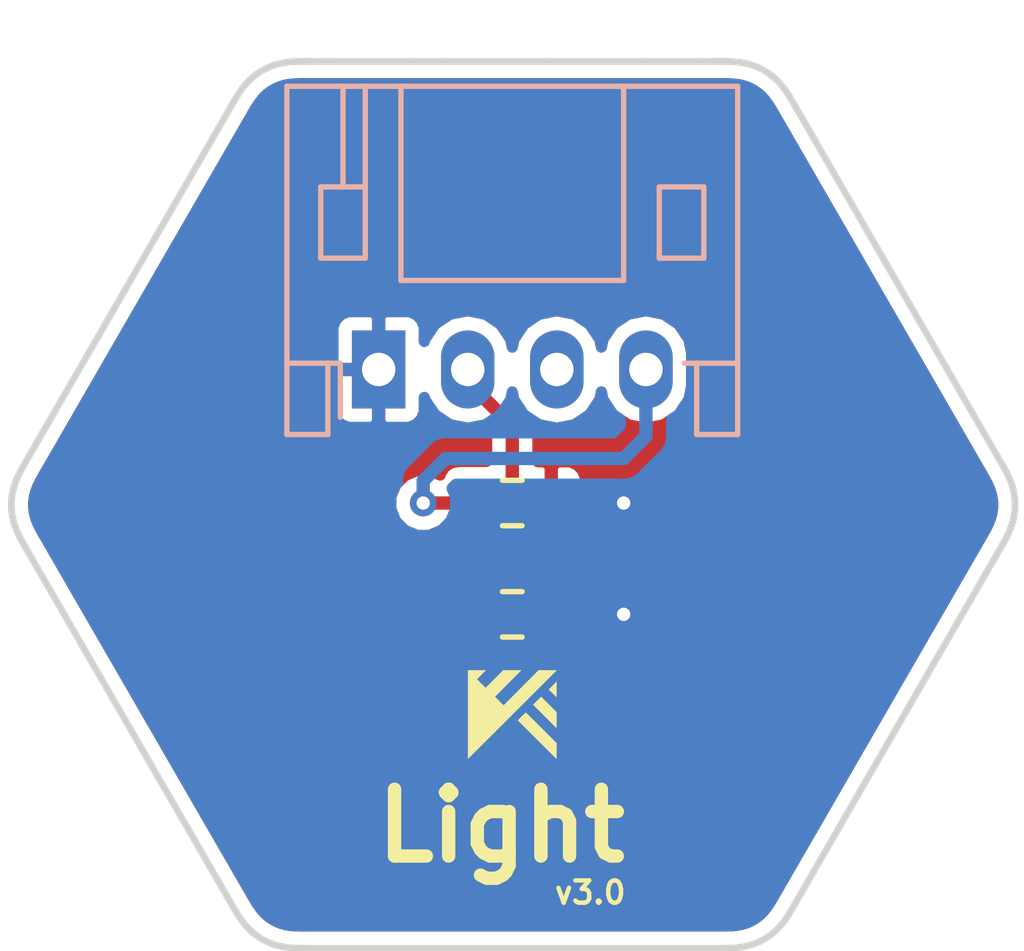
<source format=kicad_pcb>
(kicad_pcb (version 20171130) (host pcbnew "(5.0.0-rc2-178-g3c7b91b96)")

  (general
    (thickness 1.6)
    (drawings 321)
    (tracks 15)
    (zones 0)
    (modules 4)
    (nets 4)
  )

  (page A4)
  (layers
    (0 F.Cu signal)
    (31 B.Cu signal)
    (32 B.Adhes user)
    (33 F.Adhes user)
    (34 B.Paste user)
    (35 F.Paste user)
    (36 B.SilkS user)
    (37 F.SilkS user)
    (38 B.Mask user)
    (39 F.Mask user)
    (40 Dwgs.User user)
    (41 Cmts.User user)
    (42 Eco1.User user)
    (43 Eco2.User user)
    (44 Edge.Cuts user)
    (45 Margin user)
    (46 B.CrtYd user)
    (47 F.CrtYd user)
    (48 B.Fab user)
    (49 F.Fab user)
  )

  (setup
    (last_trace_width 0.25)
    (user_trace_width 0.2)
    (user_trace_width 0.25)
    (user_trace_width 0.3)
    (user_trace_width 0.4)
    (trace_clearance 0.2)
    (zone_clearance 0.3)
    (zone_45_only no)
    (trace_min 0.2)
    (segment_width 0.2)
    (edge_width 0.15)
    (via_size 0.6)
    (via_drill 0.3)
    (via_min_size 0.6)
    (via_min_drill 0.3)
    (user_via 0.6 0.3)
    (uvia_size 0.3)
    (uvia_drill 0.1)
    (uvias_allowed no)
    (uvia_min_size 0.2)
    (uvia_min_drill 0.1)
    (pcb_text_width 0.3)
    (pcb_text_size 1.5 1.5)
    (mod_edge_width 0.15)
    (mod_text_size 1 1)
    (mod_text_width 0.15)
    (pad_size 1.524 1.524)
    (pad_drill 0.762)
    (pad_to_mask_clearance 0.2)
    (aux_axis_origin 0 0)
    (visible_elements 7FFFFFFF)
    (pcbplotparams
      (layerselection 0x010fc_ffffffff)
      (usegerberextensions false)
      (usegerberattributes false)
      (usegerberadvancedattributes false)
      (creategerberjobfile false)
      (excludeedgelayer true)
      (linewidth 0.100000)
      (plotframeref false)
      (viasonmask false)
      (mode 1)
      (useauxorigin false)
      (hpglpennumber 1)
      (hpglpenspeed 20)
      (hpglpendiameter 15.000000)
      (psnegative false)
      (psa4output false)
      (plotreference true)
      (plotvalue true)
      (plotinvisibletext false)
      (padsonsilk false)
      (subtractmaskfromsilk false)
      (outputformat 1)
      (mirror false)
      (drillshape 0)
      (scaleselection 1)
      (outputdirectory gerber/))
  )

  (net 0 "")
  (net 1 GND)
  (net 2 VCC)
  (net 3 "Net-(J1-Pad4)")

  (net_class Default "This is the default net class."
    (clearance 0.2)
    (trace_width 0.25)
    (via_dia 0.6)
    (via_drill 0.3)
    (uvia_dia 0.3)
    (uvia_drill 0.1)
    (add_net GND)
    (add_net "Net-(J1-Pad4)")
    (add_net VCC)
  )

  (module Resistor_SMD:R_0603_1608Metric (layer F.Cu) (tedit 5AC763E0) (tstamp 5AC7837E)
    (at 136.5 95)
    (descr "Resistor SMD 0603 (1608 Metric), square (rectangular) end terminal, IPC_7351 nominal, (Body size source: http://www.tortai-tech.com/upload/download/2011102023233369053.pdf), generated with kicad-footprint-generator")
    (tags resistor)
    (path /5AC75EA6)
    (attr smd)
    (fp_text reference R2 (at 0 -1.65) (layer F.SilkS) hide
      (effects (font (size 1 1) (thickness 0.15)))
    )
    (fp_text value 10K (at 0 1.65) (layer F.Fab)
      (effects (font (size 1 1) (thickness 0.15)))
    )
    (fp_line (start -0.8 0.4) (end -0.8 -0.4) (layer F.Fab) (width 0.1))
    (fp_line (start -0.8 -0.4) (end 0.8 -0.4) (layer F.Fab) (width 0.1))
    (fp_line (start 0.8 -0.4) (end 0.8 0.4) (layer F.Fab) (width 0.1))
    (fp_line (start 0.8 0.4) (end -0.8 0.4) (layer F.Fab) (width 0.1))
    (fp_line (start -0.22 -0.51) (end 0.22 -0.51) (layer F.SilkS) (width 0.12))
    (fp_line (start -0.22 0.51) (end 0.22 0.51) (layer F.SilkS) (width 0.12))
    (fp_line (start -1.46 0.75) (end -1.46 -0.75) (layer F.CrtYd) (width 0.05))
    (fp_line (start -1.46 -0.75) (end 1.46 -0.75) (layer F.CrtYd) (width 0.05))
    (fp_line (start 1.46 -0.75) (end 1.46 0.75) (layer F.CrtYd) (width 0.05))
    (fp_line (start 1.46 0.75) (end -1.46 0.75) (layer F.CrtYd) (width 0.05))
    (fp_text user %R (at 0 0) (layer F.Fab)
      (effects (font (size 0.5 0.5) (thickness 0.08)))
    )
    (pad 1 smd rect (at -0.875 0) (size 0.67 1) (layers F.Cu F.Paste F.Mask)
      (net 3 "Net-(J1-Pad4)"))
    (pad 2 smd rect (at 0.875 0) (size 0.67 1) (layers F.Cu F.Paste F.Mask)
      (net 1 GND))
    (model ${KISYS3DMOD}/Resistor_SMD.3dshapes/R_0603_1608Metric.wrl
      (at (xyz 0 0 0))
      (scale (xyz 1 1 1))
      (rotate (xyz 0 0 0))
    )
  )

  (module Resistor_SMD:R_0603_1608Metric (layer F.Cu) (tedit 5B27A5E5) (tstamp 5B28FFA5)
    (at 136.5 97.5 180)
    (descr "Resistor SMD 0603 (1608 Metric), square (rectangular) end terminal, IPC_7351 nominal, (Body size source: http://www.tortai-tech.com/upload/download/2011102023233369053.pdf), generated with kicad-footprint-generator")
    (tags resistor)
    (path /5B27A414)
    (attr smd)
    (fp_text reference Q1 (at 0 -1.65 180) (layer F.SilkS) hide
      (effects (font (size 1 1) (thickness 0.15)))
    )
    (fp_text value Q_Photo_NPN_CE (at 0 1.65 180) (layer F.Fab)
      (effects (font (size 1 1) (thickness 0.15)))
    )
    (fp_line (start -0.8 0.4) (end -0.8 -0.4) (layer F.Fab) (width 0.1))
    (fp_line (start -0.8 -0.4) (end 0.8 -0.4) (layer F.Fab) (width 0.1))
    (fp_line (start 0.8 -0.4) (end 0.8 0.4) (layer F.Fab) (width 0.1))
    (fp_line (start 0.8 0.4) (end -0.8 0.4) (layer F.Fab) (width 0.1))
    (fp_line (start -0.22 -0.51) (end 0.22 -0.51) (layer F.SilkS) (width 0.12))
    (fp_line (start -0.22 0.51) (end 0.22 0.51) (layer F.SilkS) (width 0.12))
    (fp_line (start -1.46 0.75) (end -1.46 -0.75) (layer F.CrtYd) (width 0.05))
    (fp_line (start -1.46 -0.75) (end 1.46 -0.75) (layer F.CrtYd) (width 0.05))
    (fp_line (start 1.46 -0.75) (end 1.46 0.75) (layer F.CrtYd) (width 0.05))
    (fp_line (start 1.46 0.75) (end -1.46 0.75) (layer F.CrtYd) (width 0.05))
    (fp_text user %R (at 0 0 180) (layer F.Fab)
      (effects (font (size 0.5 0.5) (thickness 0.08)))
    )
    (pad 1 smd rect (at -0.875 0 180) (size 0.67 1) (layers F.Cu F.Paste F.Mask)
      (net 2 VCC))
    (pad 2 smd rect (at 0.875 0 180) (size 0.67 1) (layers F.Cu F.Paste F.Mask)
      (net 3 "Net-(J1-Pad4)"))
    (model ${KISYS3DMOD}/Resistor_SMD.3dshapes/R_0603_1608Metric.wrl
      (at (xyz 0 0 0))
      (scale (xyz 1 1 1))
      (rotate (xyz 0 0 0))
    )
  )

  (module GiraffeTech-Utility:MakerPlayground_logo_2x2mm (layer F.Cu) (tedit 0) (tstamp 5B290479)
    (at 136.5 99.75)
    (fp_text reference G*** (at 0 0) (layer F.SilkS) hide
      (effects (font (size 1.524 1.524) (thickness 0.3)))
    )
    (fp_text value LOGO (at 0.75 0) (layer F.SilkS) hide
      (effects (font (size 1.524 1.524) (thickness 0.3)))
    )
    (fp_poly (pts (xy 0.992188 -0.564543) (xy 0.992164 -0.528929) (xy 0.992097 -0.495895) (xy 0.991991 -0.466261)
      (xy 0.991852 -0.440843) (xy 0.991684 -0.420459) (xy 0.991492 -0.405926) (xy 0.991282 -0.398062)
      (xy 0.99116 -0.396875) (xy 0.988207 -0.399571) (xy 0.980351 -0.407199) (xy 0.968291 -0.419067)
      (xy 0.952725 -0.434484) (xy 0.934354 -0.452758) (xy 0.913876 -0.4732) (xy 0.906847 -0.480231)
      (xy 0.823563 -0.563586) (xy 0.907875 -0.647899) (xy 0.992188 -0.732211) (xy 0.992188 -0.564543)) (layer F.SilkS) (width 0.01))
    (fp_poly (pts (xy 0.992272 -0.049513) (xy 0.991238 0.124084) (xy 0.990203 0.297682) (xy 0.731231 0.038685)
      (xy 0.472259 -0.220311) (xy 0.559597 -0.307581) (xy 0.646934 -0.394851) (xy 0.992272 -0.049513)) (layer F.SilkS) (width 0.01))
    (fp_poly (pts (xy 0.306845 -0.036934) (xy 0.315366 -0.028902) (xy 0.328804 -0.015931) (xy 0.346812 0.001638)
      (xy 0.369045 0.023463) (xy 0.39516 0.049204) (xy 0.424812 0.078521) (xy 0.457655 0.111071)
      (xy 0.493344 0.146515) (xy 0.531535 0.184511) (xy 0.571883 0.224719) (xy 0.614044 0.266798)
      (xy 0.649934 0.302669) (xy 0.992273 0.645025) (xy 0.990203 0.990203) (xy 0.559594 0.560703)
      (xy 0.128984 0.131202) (xy 0.214278 0.045757) (xy 0.235683 0.024442) (xy 0.255382 0.005068)
      (xy 0.272657 -0.011676) (xy 0.28679 -0.025103) (xy 0.297063 -0.034528) (xy 0.302757 -0.039261)
      (xy 0.303583 -0.039687) (xy 0.306845 -0.036934)) (layer F.SilkS) (width 0.01))
    (fp_poly (pts (xy 0.790777 -0.991434) (xy 0.988227 -0.990203) (xy -0.992187 0.990197) (xy -0.992187 -0.992187)
      (xy -0.601395 -0.992187) (xy -0.646963 -0.945555) (xy -0.665935 -0.926151) (xy -0.688266 -0.903332)
      (xy -0.711752 -0.879346) (xy -0.734194 -0.856442) (xy -0.745114 -0.845303) (xy -0.797697 -0.791685)
      (xy -0.698482 -0.692529) (xy -0.599266 -0.593373) (xy -0.399829 -0.79278) (xy -0.200393 -0.992187)
      (xy 0.195473 -0.992187) (xy -0.099139 -0.695955) (xy -0.39375 -0.399723) (xy -0.194618 -0.200591)
      (xy 0.199355 -0.596628) (xy 0.593328 -0.992663) (xy 0.790777 -0.991434)) (layer F.SilkS) (width 0.01))
  )

  (module Connector_JST:JST_PH_S4B-PH-K_1x04_P2.00mm_Horizontal (layer B.Cu) (tedit 5B56CE8C) (tstamp 5B572D40)
    (at 133.5 92)
    (descr "JST PH series connector, S4B-PH-K (http://www.jst-mfg.com/product/pdf/eng/ePH.pdf), generated with kicad-footprint-generator")
    (tags "connector JST PH top entry")
    (path /5AC75D6C)
    (fp_text reference J1 (at 3 2.55) (layer B.SilkS) hide
      (effects (font (size 1 1) (thickness 0.15)) (justify mirror))
    )
    (fp_text value Conn_01x04 (at 3 -7.45) (layer B.Fab)
      (effects (font (size 1 1) (thickness 0.15)) (justify mirror))
    )
    (fp_line (start -0.86 -0.14) (end -1.14 -0.14) (layer B.SilkS) (width 0.12))
    (fp_line (start -1.14 -0.14) (end -1.14 1.46) (layer B.SilkS) (width 0.12))
    (fp_line (start -1.14 1.46) (end -2.06 1.46) (layer B.SilkS) (width 0.12))
    (fp_line (start -2.06 1.46) (end -2.06 -6.36) (layer B.SilkS) (width 0.12))
    (fp_line (start -2.06 -6.36) (end 8.06 -6.36) (layer B.SilkS) (width 0.12))
    (fp_line (start 8.06 -6.36) (end 8.06 1.46) (layer B.SilkS) (width 0.12))
    (fp_line (start 8.06 1.46) (end 7.14 1.46) (layer B.SilkS) (width 0.12))
    (fp_line (start 7.14 1.46) (end 7.14 -0.14) (layer B.SilkS) (width 0.12))
    (fp_line (start 7.14 -0.14) (end 6.86 -0.14) (layer B.SilkS) (width 0.12))
    (fp_line (start 0.5 -6.36) (end 0.5 -2) (layer B.SilkS) (width 0.12))
    (fp_line (start 0.5 -2) (end 5.5 -2) (layer B.SilkS) (width 0.12))
    (fp_line (start 5.5 -2) (end 5.5 -6.36) (layer B.SilkS) (width 0.12))
    (fp_line (start -2.06 -0.14) (end -1.14 -0.14) (layer B.SilkS) (width 0.12))
    (fp_line (start 8.06 -0.14) (end 7.14 -0.14) (layer B.SilkS) (width 0.12))
    (fp_line (start -1.3 -2.5) (end -1.3 -4.1) (layer B.SilkS) (width 0.12))
    (fp_line (start -1.3 -4.1) (end -0.3 -4.1) (layer B.SilkS) (width 0.12))
    (fp_line (start -0.3 -4.1) (end -0.3 -2.5) (layer B.SilkS) (width 0.12))
    (fp_line (start -0.3 -2.5) (end -1.3 -2.5) (layer B.SilkS) (width 0.12))
    (fp_line (start 7.3 -2.5) (end 7.3 -4.1) (layer B.SilkS) (width 0.12))
    (fp_line (start 7.3 -4.1) (end 6.3 -4.1) (layer B.SilkS) (width 0.12))
    (fp_line (start 6.3 -4.1) (end 6.3 -2.5) (layer B.SilkS) (width 0.12))
    (fp_line (start 6.3 -2.5) (end 7.3 -2.5) (layer B.SilkS) (width 0.12))
    (fp_line (start -0.3 -4.1) (end -0.3 -6.36) (layer B.SilkS) (width 0.12))
    (fp_line (start -0.8 -4.1) (end -0.8 -6.36) (layer B.SilkS) (width 0.12))
    (fp_line (start -2.45 1.85) (end -2.45 -6.75) (layer B.CrtYd) (width 0.05))
    (fp_line (start -2.45 -6.75) (end 8.45 -6.75) (layer B.CrtYd) (width 0.05))
    (fp_line (start 8.45 -6.75) (end 8.45 1.85) (layer B.CrtYd) (width 0.05))
    (fp_line (start 8.45 1.85) (end -2.45 1.85) (layer B.CrtYd) (width 0.05))
    (fp_line (start -1.25 -0.25) (end -1.25 1.35) (layer B.Fab) (width 0.1))
    (fp_line (start -1.25 1.35) (end -1.95 1.35) (layer B.Fab) (width 0.1))
    (fp_line (start -1.95 1.35) (end -1.95 -6.25) (layer B.Fab) (width 0.1))
    (fp_line (start -1.95 -6.25) (end 7.95 -6.25) (layer B.Fab) (width 0.1))
    (fp_line (start 7.95 -6.25) (end 7.95 1.35) (layer B.Fab) (width 0.1))
    (fp_line (start 7.95 1.35) (end 7.25 1.35) (layer B.Fab) (width 0.1))
    (fp_line (start 7.25 1.35) (end 7.25 -0.25) (layer B.Fab) (width 0.1))
    (fp_line (start 7.25 -0.25) (end -1.25 -0.25) (layer B.Fab) (width 0.1))
    (fp_line (start -0.86 -0.14) (end -0.86 1.075) (layer B.SilkS) (width 0.12))
    (fp_line (start 0 -0.875) (end -0.5 -1.375) (layer B.Fab) (width 0.1))
    (fp_line (start -0.5 -1.375) (end 0.5 -1.375) (layer B.Fab) (width 0.1))
    (fp_line (start 0.5 -1.375) (end 0 -0.875) (layer B.Fab) (width 0.1))
    (fp_text user %R (at 3 -2.5) (layer B.Fab)
      (effects (font (size 1 1) (thickness 0.15)) (justify mirror))
    )
    (pad 1 thru_hole rect (at 0 0) (size 1.2 1.75) (drill 0.75) (layers *.Cu *.Mask)
      (net 1 GND))
    (pad 2 thru_hole oval (at 2 0) (size 1.2 1.75) (drill 0.75) (layers *.Cu *.Mask)
      (net 2 VCC))
    (pad 3 thru_hole oval (at 4 0) (size 1.2 1.75) (drill 0.75) (layers *.Cu *.Mask))
    (pad 4 thru_hole oval (at 6 0) (size 1.2 1.75) (drill 0.75) (layers *.Cu *.Mask)
      (net 3 "Net-(J1-Pad4)"))
    (model ${KISYS3DMOD}/Connector_JST.3dshapes/JST_PH_S4B-PH-K_1x04_P2.00mm_Horizontal.wrl
      (at (xyz 0 0 0))
      (scale (xyz 1 1 1))
      (rotate (xyz 0 0 0))
    )
  )

  (gr_text v3.0 (at 138.25 103.75) (layer F.SilkS)
    (effects (font (size 0.5 0.5) (thickness 0.1)))
  )
  (gr_line (start 147.604003 94.330856) (end 147.57359 94.271822) (layer Edge.Cuts) (width 0.15))
  (gr_line (start 147.635035 94.395428) (end 147.604003 94.330856) (layer Edge.Cuts) (width 0.15))
  (gr_line (start 147.443803 94.042886) (end 147.442796 94.041143) (layer Edge.Cuts) (width 0.15))
  (gr_line (start 147.781622 94.941757) (end 147.773568 94.858141) (layer Edge.Cuts) (width 0.15))
  (gr_line (start 147.450352 94.054228) (end 147.446136 94.046926) (layer Edge.Cuts) (width 0.15))
  (gr_line (start 147.457009 94.065758) (end 147.450352 94.054228) (layer Edge.Cuts) (width 0.15))
  (gr_line (start 147.765774 95.277012) (end 147.776946 95.193976) (layer Edge.Cuts) (width 0.15))
  (gr_line (start 147.442558 94.04073) (end 147.442266 94.040224) (layer Edge.Cuts) (width 0.15))
  (gr_line (start 147.442796 94.041143) (end 147.442558 94.04073) (layer Edge.Cuts) (width 0.15))
  (gr_line (start 147.479875 94.105361) (end 147.466664 94.08248) (layer Edge.Cuts) (width 0.15))
  (gr_line (start 147.78487 95.025901) (end 147.781622 94.941757) (layer Edge.Cuts) (width 0.15))
  (gr_line (start 147.446136 94.046926) (end 147.443803 94.042886) (layer Edge.Cuts) (width 0.15))
  (gr_line (start 147.57359 94.271822) (end 147.544908 94.219069) (layer Edge.Cuts) (width 0.15))
  (gr_line (start 147.720687 94.614966) (end 147.694492 94.538225) (layer Edge.Cuts) (width 0.15))
  (gr_line (start 147.773568 94.858141) (end 147.760708 94.775499) (layer Edge.Cuts) (width 0.15))
  (gr_line (start 147.519075 94.173338) (end 147.4972 94.135367) (layer Edge.Cuts) (width 0.15))
  (gr_line (start 147.4972 94.135367) (end 147.479875 94.105361) (layer Edge.Cuts) (width 0.15))
  (gr_line (start 147.466664 94.08248) (end 147.457009 94.065758) (layer Edge.Cuts) (width 0.15))
  (gr_line (start 147.776946 95.193976) (end 147.783311 95.110123) (layer Edge.Cuts) (width 0.15))
  (gr_line (start 147.544908 94.219069) (end 147.519075 94.173338) (layer Edge.Cuts) (width 0.15))
  (gr_line (start 147.66557 94.464799) (end 147.635035 94.395428) (layer Edge.Cuts) (width 0.15))
  (gr_line (start 147.760708 94.775499) (end 147.743041 94.694281) (layer Edge.Cuts) (width 0.15))
  (gr_line (start 147.694492 94.538225) (end 147.66557 94.464799) (layer Edge.Cuts) (width 0.15))
  (gr_line (start 147.743041 94.694281) (end 147.720687 94.614966) (layer Edge.Cuts) (width 0.15))
  (gr_line (start 147.783311 95.110123) (end 147.78487 95.025901) (layer Edge.Cuts) (width 0.15))
  (gr_line (start 147.749796 95.358782) (end 147.765774 95.277012) (layer Edge.Cuts) (width 0.15))
  (gr_line (start 147.729036 95.438832) (end 147.749796 95.358782) (layer Edge.Cuts) (width 0.15))
  (gr_line (start 147.704064 95.516563) (end 147.729036 95.438832) (layer Edge.Cuts) (width 0.15))
  (gr_line (start 147.431128 96.060496) (end 147.46278 96.005675) (layer Edge.Cuts) (width 0.15))
  (gr_line (start 147.381935 96.145702) (end 147.431128 96.060496) (layer Edge.Cuts) (width 0.15))
  (gr_line (start 147.200011 96.460804) (end 147.307471 96.274676) (layer Edge.Cuts) (width 0.15))
  (gr_line (start 147.051824 96.717471) (end 147.200011 96.460804) (layer Edge.Cuts) (width 0.15))
  (gr_line (start 146.855184 97.058063) (end 147.051824 96.717471) (layer Edge.Cuts) (width 0.15))
  (gr_line (start 142.528354 104.483562) (end 142.578637 104.42186) (layer Edge.Cuts) (width 0.15))
  (gr_line (start 146.602435 97.495838) (end 146.855184 97.058063) (layer Edge.Cuts) (width 0.15))
  (gr_line (start 146.293171 98.031501) (end 146.602435 97.495838) (layer Edge.Cuts) (width 0.15))
  (gr_line (start 145.940302 98.642689) (end 146.293171 98.031501) (layer Edge.Cuts) (width 0.15))
  (gr_line (start 145.558171 99.304563) (end 145.940302 98.642689) (layer Edge.Cuts) (width 0.15))
  (gr_line (start 145.161117 99.992282) (end 145.558171 99.304563) (layer Edge.Cuts) (width 0.15))
  (gr_line (start 144.02383 101.962127) (end 144.379606 101.345904) (layer Edge.Cuts) (width 0.15))
  (gr_line (start 142.787161 104.104104) (end 142.806794 104.0701) (layer Edge.Cuts) (width 0.15))
  (gr_line (start 142.578637 104.42186) (end 142.624625 104.360429) (layer Edge.Cuts) (width 0.15))
  (gr_line (start 142.624625 104.360429) (end 142.666232 104.300604) (layer Edge.Cuts) (width 0.15))
  (gr_line (start 142.473859 104.544199) (end 142.528354 104.483562) (layer Edge.Cuts) (width 0.15))
  (gr_line (start 142.703374 104.243723) (end 142.735966 104.191122) (layer Edge.Cuts) (width 0.15))
  (gr_line (start 147.614893 95.728467) (end 147.645877 95.662123) (layer Edge.Cuts) (width 0.15))
  (gr_line (start 144.763482 100.681009) (end 145.161117 99.992282) (layer Edge.Cuts) (width 0.15))
  (gr_line (start 143.252033 103.298923) (end 143.45294 102.95094) (layer Edge.Cuts) (width 0.15))
  (gr_line (start 142.91288 103.886355) (end 142.989731 103.753245) (layer Edge.Cuts) (width 0.15))
  (gr_line (start 147.554718 95.844579) (end 147.584135 95.789533) (layer Edge.Cuts) (width 0.15))
  (gr_line (start 147.307471 96.274676) (end 147.381935 96.145702) (layer Edge.Cuts) (width 0.15))
  (gr_line (start 142.806794 104.0701) (end 142.829139 104.031397) (layer Edge.Cuts) (width 0.15))
  (gr_line (start 144.379606 101.345904) (end 144.763482 100.681009) (layer Edge.Cuts) (width 0.15))
  (gr_line (start 143.710496 102.504839) (end 144.02383 101.962127) (layer Edge.Cuts) (width 0.15))
  (gr_line (start 142.666232 104.300604) (end 142.703374 104.243723) (layer Edge.Cuts) (width 0.15))
  (gr_line (start 142.829139 104.031397) (end 142.861925 103.97461) (layer Edge.Cuts) (width 0.15))
  (gr_line (start 142.735966 104.191122) (end 142.763923 104.144137) (layer Edge.Cuts) (width 0.15))
  (gr_line (start 142.352716 104.657445) (end 142.415242 104.602446) (layer Edge.Cuts) (width 0.15))
  (gr_line (start 147.484617 95.967851) (end 147.504367 95.933645) (layer Edge.Cuts) (width 0.15))
  (gr_line (start 147.46278 96.005675) (end 147.484617 95.967851) (layer Edge.Cuts) (width 0.15))
  (gr_line (start 143.45294 102.95094) (end 143.710496 102.504839) (layer Edge.Cuts) (width 0.15))
  (gr_line (start 142.989731 103.753245) (end 143.100206 103.561896) (layer Edge.Cuts) (width 0.15))
  (gr_line (start 143.100206 103.561896) (end 143.252033 103.298923) (layer Edge.Cuts) (width 0.15))
  (gr_line (start 142.28666 104.708932) (end 142.352716 104.657445) (layer Edge.Cuts) (width 0.15))
  (gr_line (start 142.861925 103.97461) (end 142.91288 103.886355) (layer Edge.Cuts) (width 0.15))
  (gr_line (start 142.763923 104.144137) (end 142.787161 104.104104) (layer Edge.Cuts) (width 0.15))
  (gr_line (start 142.415242 104.602446) (end 142.473859 104.544199) (layer Edge.Cuts) (width 0.15))
  (gr_line (start 147.675973 95.591241) (end 147.704064 95.516563) (layer Edge.Cuts) (width 0.15))
  (gr_line (start 147.645877 95.662123) (end 147.675973 95.591241) (layer Edge.Cuts) (width 0.15))
  (gr_line (start 147.584135 95.789533) (end 147.614893 95.728467) (layer Edge.Cuts) (width 0.15))
  (gr_line (start 147.527757 95.892863) (end 147.554718 95.844579) (layer Edge.Cuts) (width 0.15))
  (gr_line (start 147.504367 95.933645) (end 147.527757 95.892863) (layer Edge.Cuts) (width 0.15))
  (gr_line (start 130.157226 103.938777) (end 130.1974 104.00836) (layer Edge.Cuts) (width 0.15))
  (gr_line (start 130.722398 104.685726) (end 130.7902 104.735222) (layer Edge.Cuts) (width 0.15))
  (gr_line (start 130.264646 104.124799) (end 130.290443 104.168756) (layer Edge.Cuts) (width 0.15))
  (gr_line (start 130.1974 104.00836) (end 130.223582 104.053709) (layer Edge.Cuts) (width 0.15))
  (gr_line (start 130.223582 104.053709) (end 130.243501 104.08821) (layer Edge.Cuts) (width 0.15))
  (gr_line (start 130.290443 104.168756) (end 130.320915 104.218943) (layer Edge.Cuts) (width 0.15))
  (gr_line (start 131.245018 104.943371) (end 131.324891 104.961477) (layer Edge.Cuts) (width 0.15))
  (gr_line (start 130.243501 104.08821) (end 130.264646 104.124799) (layer Edge.Cuts) (width 0.15))
  (gr_line (start 130.487841 104.455264) (end 130.54041 104.516556) (layer Edge.Cuts) (width 0.15))
  (gr_line (start 130.439523 104.39352) (end 130.487841 104.455264) (layer Edge.Cuts) (width 0.15))
  (gr_line (start 130.395539 104.332661) (end 130.439523 104.39352) (layer Edge.Cuts) (width 0.15))
  (gr_line (start 130.095333 103.831575) (end 130.157226 103.938777) (layer Edge.Cuts) (width 0.15))
  (gr_line (start 130.355975 104.274023) (end 130.395539 104.332661) (layer Edge.Cuts) (width 0.15))
  (gr_line (start 130.320915 104.218943) (end 130.355975 104.274023) (layer Edge.Cuts) (width 0.15))
  (gr_line (start 131.554562 104.992133) (end 131.623804 104.996447) (layer Edge.Cuts) (width 0.15))
  (gr_line (start 131.480863 104.985264) (end 131.554562 104.992133) (layer Edge.Cuts) (width 0.15))
  (gr_line (start 131.403906 104.975244) (end 131.480863 104.985264) (layer Edge.Cuts) (width 0.15))
  (gr_line (start 130.7902 104.735222) (end 130.860935 104.780861) (layer Edge.Cuts) (width 0.15))
  (gr_line (start 130.597144 104.576061) (end 130.657916 104.632597) (layer Edge.Cuts) (width 0.15))
  (gr_line (start 130.657916 104.632597) (end 130.722398 104.685726) (layer Edge.Cuts) (width 0.15))
  (gr_line (start 131.324891 104.961477) (end 131.403906 104.975244) (layer Edge.Cuts) (width 0.15))
  (gr_line (start 131.165444 104.920371) (end 131.245018 104.943371) (layer Edge.Cuts) (width 0.15))
  (gr_line (start 131.086858 104.892398) (end 131.165444 104.920371) (layer Edge.Cuts) (width 0.15))
  (gr_line (start 131.009652 104.859673) (end 131.086858 104.892398) (layer Edge.Cuts) (width 0.15))
  (gr_line (start 130.934215 104.82242) (end 131.009652 104.859673) (layer Edge.Cuts) (width 0.15))
  (gr_line (start 130.860935 104.780861) (end 130.934215 104.82242) (layer Edge.Cuts) (width 0.15))
  (gr_line (start 130.54041 104.516556) (end 130.597144 104.576061) (layer Edge.Cuts) (width 0.15))
  (gr_line (start 126.08778 96.890299) (end 126.31383 97.281829) (layer Edge.Cuts) (width 0.15))
  (gr_line (start 125.592438 96.032344) (end 125.632612 96.101927) (layer Edge.Cuts) (width 0.15))
  (gr_line (start 125.785846 96.367335) (end 125.914362 96.58993) (layer Edge.Cuts) (width 0.15))
  (gr_line (start 125.52522 95.915886) (end 125.546335 95.952493) (layer Edge.Cuts) (width 0.15))
  (gr_line (start 125.271564 94.820022) (end 125.261301 94.903246) (layer Edge.Cuts) (width 0.15))
  (gr_line (start 125.601593 94.033225) (end 125.572391 94.083804) (layer Edge.Cuts) (width 0.15))
  (gr_line (start 125.531353 94.154885) (end 125.507202 94.197141) (layer Edge.Cuts) (width 0.15))
  (gr_line (start 125.500051 95.871566) (end 125.52522 95.915886) (layer Edge.Cuts) (width 0.15))
  (gr_line (start 125.471823 95.820083) (end 125.500051 95.871566) (layer Edge.Cuts) (width 0.15))
  (gr_line (start 125.379937 95.630074) (end 125.410651 95.698595) (layer Edge.Cuts) (width 0.15))
  (gr_line (start 125.323828 95.481183) (end 125.350624 95.557356) (layer Edge.Cuts) (width 0.15))
  (gr_line (start 125.350624 95.557356) (end 125.379937 95.630074) (layer Edge.Cuts) (width 0.15))
  (gr_line (start 125.300662 95.402297) (end 125.323828 95.481183) (layer Edge.Cuts) (width 0.15))
  (gr_line (start 125.419048 94.365119) (end 125.388147 94.432377) (layer Edge.Cuts) (width 0.15))
  (gr_line (start 125.572391 94.083804) (end 125.551541 94.119916) (layer Edge.Cuts) (width 0.15))
  (gr_line (start 125.507202 94.197141) (end 125.479691 94.24676) (layer Edge.Cuts) (width 0.15))
  (gr_line (start 125.255845 94.987203) (end 125.255196 95.071445) (layer Edge.Cuts) (width 0.15))
  (gr_line (start 127.803114 90.220076) (end 127.407782 90.904813) (layer Edge.Cuts) (width 0.15))
  (gr_line (start 125.282086 95.321398) (end 125.300662 95.402297) (layer Edge.Cuts) (width 0.15))
  (gr_line (start 125.259352 95.155524) (end 125.268316 95.238991) (layer Edge.Cuts) (width 0.15))
  (gr_line (start 125.479691 94.24676) (end 125.449934 94.302999) (layer Edge.Cuts) (width 0.15))
  (gr_line (start 125.646875 93.954795) (end 125.601593 94.033225) (layer Edge.Cuts) (width 0.15))
  (gr_line (start 129.27398 87.672459) (end 128.951515 88.230985) (layer Edge.Cuts) (width 0.15))
  (gr_line (start 126.143362 93.094855) (end 125.956481 93.418544) (layer Edge.Cuts) (width 0.15))
  (gr_line (start 128.951515 88.230985) (end 128.589322 88.858323) (layer Edge.Cuts) (width 0.15))
  (gr_line (start 125.330758 94.579343) (end 125.306502 94.657567) (layer Edge.Cuts) (width 0.15))
  (gr_line (start 125.551541 94.119916) (end 125.531353 94.154885) (layer Edge.Cuts) (width 0.15))
  (gr_line (start 128.589322 88.858323) (end 128.201741 89.529633) (layer Edge.Cuts) (width 0.15))
  (gr_line (start 125.449934 94.302999) (end 125.419048 94.365119) (layer Edge.Cuts) (width 0.15))
  (gr_line (start 125.286633 94.737979) (end 125.271564 94.820022) (layer Edge.Cuts) (width 0.15))
  (gr_line (start 125.715965 93.835128) (end 125.646875 93.954795) (layer Edge.Cuts) (width 0.15))
  (gr_line (start 125.268316 95.238991) (end 125.282086 95.321398) (layer Edge.Cuts) (width 0.15))
  (gr_line (start 125.358345 94.504032) (end 125.330758 94.579343) (layer Edge.Cuts) (width 0.15))
  (gr_line (start 125.255196 95.071445) (end 125.259352 95.155524) (layer Edge.Cuts) (width 0.15))
  (gr_line (start 125.816591 93.66084) (end 125.715965 93.835128) (layer Edge.Cuts) (width 0.15))
  (gr_line (start 130.003993 103.673369) (end 130.095333 103.831575) (layer Edge.Cuts) (width 0.15))
  (gr_line (start 129.875478 103.450774) (end 130.003993 103.673369) (layer Edge.Cuts) (width 0.15))
  (gr_line (start 127.695344 99.674678) (end 128.094495 100.366026) (layer Edge.Cuts) (width 0.15))
  (gr_line (start 125.914362 96.58993) (end 126.08778 96.890299) (layer Edge.Cuts) (width 0.15))
  (gr_line (start 125.566255 95.986994) (end 125.592438 96.032344) (layer Edge.Cuts) (width 0.15))
  (gr_line (start 125.546335 95.952493) (end 125.566255 95.986994) (layer Edge.Cuts) (width 0.15))
  (gr_line (start 128.201741 89.529633) (end 127.803114 90.220076) (layer Edge.Cuts) (width 0.15))
  (gr_line (start 125.441652 95.762179) (end 125.471823 95.820083) (layer Edge.Cuts) (width 0.15))
  (gr_line (start 129.702059 103.150404) (end 129.875478 103.450774) (layer Edge.Cuts) (width 0.15))
  (gr_line (start 125.956481 93.418544) (end 125.816591 93.66084) (layer Edge.Cuts) (width 0.15))
  (gr_line (start 128.486475 101.044955) (end 128.856944 101.686625) (layer Edge.Cuts) (width 0.15))
  (gr_line (start 125.306502 94.657567) (end 125.286633 94.737979) (layer Edge.Cuts) (width 0.15))
  (gr_line (start 129.476009 102.758875) (end 129.702059 103.150404) (layer Edge.Cuts) (width 0.15))
  (gr_line (start 126.384961 92.676393) (end 126.143362 93.094855) (layer Edge.Cuts) (width 0.15))
  (gr_line (start 128.094495 100.366026) (end 128.486475 101.044955) (layer Edge.Cuts) (width 0.15))
  (gr_line (start 129.191561 102.266197) (end 129.476009 102.758875) (layer Edge.Cuts) (width 0.15))
  (gr_line (start 128.856944 101.686625) (end 129.191561 102.266197) (layer Edge.Cuts) (width 0.15))
  (gr_line (start 127.303364 98.995749) (end 127.695344 99.674678) (layer Edge.Cuts) (width 0.15))
  (gr_line (start 126.932895 98.354079) (end 127.303364 98.995749) (layer Edge.Cuts) (width 0.15))
  (gr_line (start 125.694505 96.209129) (end 125.785846 96.367335) (layer Edge.Cuts) (width 0.15))
  (gr_line (start 125.632612 96.101927) (end 125.694505 96.209129) (layer Edge.Cuts) (width 0.15))
  (gr_line (start 127.030085 91.559004) (end 126.684364 92.157811) (layer Edge.Cuts) (width 0.15))
  (gr_line (start 125.261301 94.903246) (end 125.255845 94.987203) (layer Edge.Cuts) (width 0.15))
  (gr_line (start 125.388147 94.432377) (end 125.358345 94.504032) (layer Edge.Cuts) (width 0.15))
  (gr_line (start 126.684364 92.157811) (end 126.384961 92.676393) (layer Edge.Cuts) (width 0.15))
  (gr_line (start 125.410651 95.698595) (end 125.441652 95.762179) (layer Edge.Cuts) (width 0.15))
  (gr_line (start 127.407782 90.904813) (end 127.030085 91.559004) (layer Edge.Cuts) (width 0.15))
  (gr_line (start 126.598278 97.774507) (end 126.932895 98.354079) (layer Edge.Cuts) (width 0.15))
  (gr_line (start 126.31383 97.281829) (end 126.598278 97.774507) (layer Edge.Cuts) (width 0.15))
  (gr_line (start 141.62116 85.104018) (end 141.544727 85.09464) (layer Edge.Cuts) (width 0.15))
  (gr_line (start 146.381654 92.20318) (end 146.039157 91.609953) (layer Edge.Cuts) (width 0.15))
  (gr_line (start 141.403516 85.084404) (end 141.341137 85.082356) (layer Edge.Cuts) (width 0.15))
  (gr_line (start 141.699878 85.117029) (end 141.62116 85.104018) (layer Edge.Cuts) (width 0.15))
  (gr_line (start 141.859385 85.156314) (end 141.779681 85.134268) (layer Edge.Cuts) (width 0.15))
  (gr_line (start 144.116399 88.279621) (end 143.790181 87.714589) (layer Edge.Cuts) (width 0.15))
  (gr_line (start 142.091486 85.251614) (end 142.015685 85.215202) (layer Edge.Cuts) (width 0.15))
  (gr_line (start 141.938189 85.18336) (end 141.859385 85.156314) (layer Edge.Cuts) (width 0.15))
  (gr_line (start 142.015685 85.215202) (end 141.938189 85.18336) (layer Edge.Cuts) (width 0.15))
  (gr_line (start 142.165205 85.292374) (end 142.091486 85.251614) (layer Edge.Cuts) (width 0.15))
  (gr_line (start 142.236452 85.337256) (end 142.165205 85.292374) (layer Edge.Cuts) (width 0.15))
  (gr_line (start 141.341137 85.082356) (end 141.285841 85.081562) (layer Edge.Cuts) (width 0.15))
  (gr_line (start 142.542363 85.614473) (end 142.488998 85.553417) (layer Edge.Cuts) (width 0.15))
  (gr_line (start 142.369979 85.438494) (end 142.304839 85.386038) (layer Edge.Cuts) (width 0.15))
  (gr_line (start 140.630118 85.081427) (end 140.333745 85.081427) (layer Edge.Cuts) (width 0.15))
  (gr_line (start 143.790181 87.714589) (end 143.516668 87.24085) (layer Edge.Cuts) (width 0.15))
  (gr_line (start 142.873583 86.126987) (end 142.836648 86.063015) (layer Edge.Cuts) (width 0.15))
  (gr_line (start 143.516668 87.24085) (end 143.30117 86.867593) (layer Edge.Cuts) (width 0.15))
  (gr_line (start 144.481184 88.911449) (end 144.116399 88.279621) (layer Edge.Cuts) (width 0.15))
  (gr_line (start 142.304839 85.386038) (end 142.236452 85.337256) (layer Edge.Cuts) (width 0.15))
  (gr_line (start 143.13684 86.582963) (end 143.01595 86.373576) (layer Edge.Cuts) (width 0.15))
  (gr_line (start 139.940464 85.081427) (end 139.434965 85.081427) (layer Edge.Cuts) (width 0.15))
  (gr_line (start 140.84504 85.081427) (end 140.630118 85.081427) (layer Edge.Cuts) (width 0.15))
  (gr_line (start 142.431484 85.494402) (end 142.369979 85.438494) (layer Edge.Cuts) (width 0.15))
  (gr_line (start 142.770673 85.948831) (end 142.743983 85.903593) (layer Edge.Cuts) (width 0.15))
  (gr_line (start 142.676714 85.796522) (end 142.636306 85.737361) (layer Edge.Cuts) (width 0.15))
  (gr_line (start 141.544727 85.09464) (end 141.47178 85.0883) (layer Edge.Cuts) (width 0.15))
  (gr_line (start 142.488998 85.553417) (end 142.431484 85.494402) (layer Edge.Cuts) (width 0.15))
  (gr_line (start 142.836648 86.063015) (end 142.812243 86.020745) (layer Edge.Cuts) (width 0.15))
  (gr_line (start 146.676672 92.714169) (end 146.381654 92.20318) (layer Edge.Cuts) (width 0.15))
  (gr_line (start 146.039157 91.609953) (end 145.66352 90.959327) (layer Edge.Cuts) (width 0.15))
  (gr_line (start 143.30117 86.867593) (end 143.13684 86.582963) (layer Edge.Cuts) (width 0.15))
  (gr_line (start 139.434965 85.081427) (end 138.816435 85.081427) (layer Edge.Cuts) (width 0.15))
  (gr_line (start 141.779681 85.134268) (end 141.699878 85.117029) (layer Edge.Cuts) (width 0.15))
  (gr_line (start 142.591494 85.676233) (end 142.542363 85.614473) (layer Edge.Cuts) (width 0.15))
  (gr_line (start 143.01595 86.373576) (end 142.930774 86.226045) (layer Edge.Cuts) (width 0.15))
  (gr_line (start 145.269085 90.276142) (end 144.870192 89.585236) (layer Edge.Cuts) (width 0.15))
  (gr_line (start 142.812243 86.020745) (end 142.792639 85.98679) (layer Edge.Cuts) (width 0.15))
  (gr_line (start 141.238829 85.081427) (end 141.19933 85.081427) (layer Edge.Cuts) (width 0.15))
  (gr_line (start 141.19933 85.081427) (end 141.155656 85.081427) (layer Edge.Cuts) (width 0.15))
  (gr_line (start 142.743983 85.903593) (end 142.712635 85.852378) (layer Edge.Cuts) (width 0.15))
  (gr_line (start 137.346431 85.081427) (end 136.552322 85.081427) (layer Edge.Cuts) (width 0.15))
  (gr_line (start 138.110696 85.081427) (end 137.346431 85.081427) (layer Edge.Cuts) (width 0.15))
  (gr_line (start 145.66352 90.959327) (end 145.269085 90.276142) (layer Edge.Cuts) (width 0.15))
  (gr_line (start 142.636306 85.737361) (end 142.591494 85.676233) (layer Edge.Cuts) (width 0.15))
  (gr_line (start 142.712635 85.852378) (end 142.676714 85.796522) (layer Edge.Cuts) (width 0.15))
  (gr_line (start 142.930774 86.226045) (end 142.873583 86.126987) (layer Edge.Cuts) (width 0.15))
  (gr_line (start 142.792639 85.98679) (end 142.770673 85.948831) (layer Edge.Cuts) (width 0.15))
  (gr_line (start 144.870192 89.585236) (end 144.481184 88.911449) (layer Edge.Cuts) (width 0.15))
  (gr_line (start 138.816435 85.081427) (end 138.110696 85.081427) (layer Edge.Cuts) (width 0.15))
  (gr_line (start 140.333745 85.081427) (end 139.940464 85.081427) (layer Edge.Cuts) (width 0.15))
  (gr_line (start 141.092353 85.081427) (end 140.993967 85.081427) (layer Edge.Cuts) (width 0.15))
  (gr_line (start 141.47178 85.0883) (end 141.403516 85.084404) (layer Edge.Cuts) (width 0.15))
  (gr_line (start 140.993967 85.081427) (end 140.84504 85.081427) (layer Edge.Cuts) (width 0.15))
  (gr_line (start 141.155656 85.081427) (end 141.092353 85.081427) (layer Edge.Cuts) (width 0.15))
  (gr_line (start 141.285841 85.081562) (end 141.238829 85.081427) (layer Edge.Cuts) (width 0.15))
  (gr_line (start 131.266622 85.132699) (end 131.18687 85.154338) (layer Edge.Cuts) (width 0.15))
  (gr_line (start 131.641596 85.084177) (end 131.573766 85.087901) (layer Edge.Cuts) (width 0.15))
  (gr_line (start 129.542733 87.206965) (end 129.27398 87.672459) (layer Edge.Cuts) (width 0.15))
  (gr_line (start 129.753796 86.841393) (end 129.542733 87.206965) (layer Edge.Cuts) (width 0.15))
  (gr_line (start 129.914317 86.563362) (end 129.753796 86.841393) (layer Edge.Cuts) (width 0.15))
  (gr_line (start 132.43049 85.081427) (end 132.209539 85.081427) (layer Edge.Cuts) (width 0.15))
  (gr_line (start 131.804403 85.081427) (end 131.758115 85.081535) (layer Edge.Cuts) (width 0.15))
  (gr_line (start 133.135961 85.081427) (end 132.734145 85.081427) (layer Edge.Cuts) (width 0.15))
  (gr_line (start 130.032023 86.359489) (end 129.914317 86.563362) (layer Edge.Cuts) (width 0.15))
  (gr_line (start 131.501153 85.094021) (end 131.424958 85.10313) (layer Edge.Cuts) (width 0.15))
  (gr_line (start 133.651074 85.081427) (end 133.135961 85.081427) (layer Edge.Cuts) (width 0.15))
  (gr_line (start 130.271152 85.945417) (end 130.248813 85.983995) (layer Edge.Cuts) (width 0.15))
  (gr_line (start 131.953929 85.081427) (end 131.888358 85.081427) (layer Edge.Cuts) (width 0.15))
  (gr_line (start 132.055838 85.081427) (end 131.953929 85.081427) (layer Edge.Cuts) (width 0.15))
  (gr_line (start 130.555336 85.548538) (end 130.501634 85.609478) (layer Edge.Cuts) (width 0.15))
  (gr_line (start 130.674994 85.43411) (end 130.613181 85.489746) (layer Edge.Cuts) (width 0.15))
  (gr_line (start 131.758115 85.081535) (end 131.703446 85.082253) (layer Edge.Cuts) (width 0.15))
  (gr_line (start 131.888358 85.081427) (end 131.843668 85.081427) (layer Edge.Cuts) (width 0.15))
  (gr_line (start 130.114642 86.216387) (end 130.032023 86.359489) (layer Edge.Cuts) (width 0.15))
  (gr_line (start 130.169903 86.120672) (end 130.114642 86.216387) (layer Edge.Cuts) (width 0.15))
  (gr_line (start 130.205533 86.058959) (end 130.169903 86.120672) (layer Edge.Cuts) (width 0.15))
  (gr_line (start 130.248813 85.983995) (end 130.22926 86.017861) (layer Edge.Cuts) (width 0.15))
  (gr_line (start 130.22926 86.017861) (end 130.205533 86.058959) (layer Edge.Cuts) (width 0.15))
  (gr_line (start 130.298222 85.899645) (end 130.271152 85.945417) (layer Edge.Cuts) (width 0.15))
  (gr_line (start 130.329941 85.848004) (end 130.298222 85.899645) (layer Edge.Cuts) (width 0.15))
  (gr_line (start 130.366227 85.79183) (end 130.329941 85.848004) (layer Edge.Cuts) (width 0.15))
  (gr_line (start 131.573766 85.087901) (end 131.501153 85.094021) (layer Edge.Cuts) (width 0.15))
  (gr_line (start 130.501634 85.609478) (end 130.452158 85.671231) (layer Edge.Cuts) (width 0.15))
  (gr_line (start 130.406994 85.73246) (end 130.366227 85.79183) (layer Edge.Cuts) (width 0.15))
  (gr_line (start 130.613181 85.489746) (end 130.555336 85.548538) (layer Edge.Cuts) (width 0.15))
  (gr_line (start 130.740411 85.381943) (end 130.674994 85.43411) (layer Edge.Cuts) (width 0.15))
  (gr_line (start 131.424958 85.10313) (end 131.346381 85.115825) (layer Edge.Cuts) (width 0.15))
  (gr_line (start 132.734145 85.081427) (end 132.43049 85.081427) (layer Edge.Cuts) (width 0.15))
  (gr_line (start 130.809045 85.333469) (end 130.740411 85.381943) (layer Edge.Cuts) (width 0.15))
  (gr_line (start 131.18687 85.154338) (end 131.107977 85.180986) (layer Edge.Cuts) (width 0.15))
  (gr_line (start 130.954407 85.248497) (end 130.880506 85.288912) (layer Edge.Cuts) (width 0.15))
  (gr_line (start 131.107977 85.180986) (end 131.03036 85.212447) (layer Edge.Cuts) (width 0.15))
  (gr_line (start 132.209539 85.081427) (end 132.055838 85.081427) (layer Edge.Cuts) (width 0.15))
  (gr_line (start 131.703446 85.082253) (end 131.641596 85.084177) (layer Edge.Cuts) (width 0.15))
  (gr_line (start 134.989296 85.081427) (end 134.277743 85.081427) (layer Edge.Cuts) (width 0.15))
  (gr_line (start 131.843668 85.081427) (end 131.804403 85.081427) (layer Edge.Cuts) (width 0.15))
  (gr_line (start 131.346381 85.115825) (end 131.266622 85.132699) (layer Edge.Cuts) (width 0.15))
  (gr_line (start 134.277743 85.081427) (end 133.651074 85.081427) (layer Edge.Cuts) (width 0.15))
  (gr_line (start 136.552322 85.081427) (end 135.757049 85.081427) (layer Edge.Cuts) (width 0.15))
  (gr_line (start 135.757049 85.081427) (end 134.989296 85.081427) (layer Edge.Cuts) (width 0.15))
  (gr_line (start 130.452158 85.671231) (end 130.406994 85.73246) (layer Edge.Cuts) (width 0.15))
  (gr_line (start 130.880506 85.288912) (end 130.809045 85.333469) (layer Edge.Cuts) (width 0.15))
  (gr_line (start 131.03036 85.212447) (end 130.954407 85.248497) (layer Edge.Cuts) (width 0.15))
  (gr_line (start 147.095587 93.439754) (end 146.913455 93.124291) (layer Edge.Cuts) (width 0.15))
  (gr_line (start 147.42102 94.003425) (end 147.385785 93.942395) (layer Edge.Cuts) (width 0.15))
  (gr_line (start 147.324581 93.836387) (end 147.230239 93.67298) (layer Edge.Cuts) (width 0.15))
  (gr_line (start 147.385785 93.942395) (end 147.324581 93.836387) (layer Edge.Cuts) (width 0.15))
  (gr_line (start 147.230239 93.67298) (end 147.095587 93.439754) (layer Edge.Cuts) (width 0.15))
  (gr_line (start 147.442266 94.040224) (end 147.437457 94.031894) (layer Edge.Cuts) (width 0.15))
  (gr_line (start 146.913455 93.124291) (end 146.676672 92.714169) (layer Edge.Cuts) (width 0.15))
  (gr_line (start 147.437457 94.031894) (end 147.42102 94.003425) (layer Edge.Cuts) (width 0.15))
  (gr_line (start 132.162012 105) (end 132.363263 105) (layer Edge.Cuts) (width 0.15))
  (gr_line (start 137.133552 105) (end 137.908712 105) (layer Edge.Cuts) (width 0.15))
  (gr_line (start 141.188583 105) (end 141.227689 105) (layer Edge.Cuts) (width 0.15))
  (gr_line (start 131.623804 104.996447) (end 131.687388 104.998799) (layer Edge.Cuts) (width 0.15))
  (gr_line (start 139.815529 105) (end 140.237654 105) (layer Edge.Cuts) (width 0.15))
  (gr_line (start 137.908712 105) (end 138.633097 105) (layer Edge.Cuts) (width 0.15))
  (gr_line (start 131.687388 104.998799) (end 131.744116 104.999784) (layer Edge.Cuts) (width 0.15))
  (gr_line (start 140.558695 105) (end 140.794107 105) (layer Edge.Cuts) (width 0.15))
  (gr_line (start 136.3363 105) (end 137.133552 105) (layer Edge.Cuts) (width 0.15))
  (gr_line (start 139.278025 105) (end 139.815529 105) (layer Edge.Cuts) (width 0.15))
  (gr_line (start 133.016803 105) (end 133.5 105) (layer Edge.Cuts) (width 0.15))
  (gr_line (start 142.217461 104.756683) (end 142.28666 104.708932) (layer Edge.Cuts) (width 0.15))
  (gr_line (start 141.837913 104.931568) (end 141.917003 104.905854) (layer Edge.Cuts) (width 0.15))
  (gr_line (start 140.794107 105) (end 140.959346 105) (layer Edge.Cuts) (width 0.15))
  (gr_line (start 142.145508 104.800476) (end 142.217461 104.756683) (layer Edge.Cuts) (width 0.15))
  (gr_line (start 142.071189 104.840084) (end 142.145508 104.800476) (layer Edge.Cuts) (width 0.15))
  (gr_line (start 141.141128 105) (end 141.188583 105) (layer Edge.Cuts) (width 0.15))
  (gr_line (start 135.545637 105) (end 136.3363 105) (layer Edge.Cuts) (width 0.15))
  (gr_line (start 141.678445 104.968305) (end 141.758073 104.952267) (layer Edge.Cuts) (width 0.15))
  (gr_line (start 141.452818 104.994397) (end 141.524618 104.988775) (layer Edge.Cuts) (width 0.15))
  (gr_line (start 141.386027 104.997735) (end 141.452818 104.994397) (layer Edge.Cuts) (width 0.15))
  (gr_line (start 140.959346 105) (end 141.069867 105) (layer Edge.Cuts) (width 0.15))
  (gr_line (start 141.069867 105) (end 141.141128 105) (layer Edge.Cuts) (width 0.15))
  (gr_line (start 134.098805 105) (end 134.790245 105) (layer Edge.Cuts) (width 0.15))
  (gr_line (start 132.023833 105) (end 132.162012 105) (layer Edge.Cuts) (width 0.15))
  (gr_line (start 141.227689 105) (end 141.272268 104.999942) (layer Edge.Cuts) (width 0.15))
  (gr_line (start 141.325444 104.999385) (end 141.386027 104.997735) (layer Edge.Cuts) (width 0.15))
  (gr_line (start 132.363263 105) (end 132.643041 105) (layer Edge.Cuts) (width 0.15))
  (gr_line (start 131.792787 104.999998) (end 131.833166 105) (layer Edge.Cuts) (width 0.15))
  (gr_line (start 141.994891 104.875285) (end 142.071189 104.840084) (layer Edge.Cuts) (width 0.15))
  (gr_line (start 138.633097 105) (end 139.278025 105) (layer Edge.Cuts) (width 0.15))
  (gr_line (start 131.874866 105) (end 131.933269 105) (layer Edge.Cuts) (width 0.15))
  (gr_line (start 140.237654 105) (end 140.558695 105) (layer Edge.Cuts) (width 0.15))
  (gr_line (start 141.917003 104.905854) (end 141.994891 104.875285) (layer Edge.Cuts) (width 0.15))
  (gr_line (start 131.833166 105) (end 131.874866 105) (layer Edge.Cuts) (width 0.15))
  (gr_line (start 141.524618 104.988775) (end 141.600227 104.980277) (layer Edge.Cuts) (width 0.15))
  (gr_line (start 131.933269 105) (end 132.023833 105) (layer Edge.Cuts) (width 0.15))
  (gr_line (start 141.758073 104.952267) (end 141.837913 104.931568) (layer Edge.Cuts) (width 0.15))
  (gr_line (start 141.600227 104.980277) (end 141.678445 104.968305) (layer Edge.Cuts) (width 0.15))
  (gr_line (start 141.272268 104.999942) (end 141.325444 104.999385) (layer Edge.Cuts) (width 0.15))
  (gr_line (start 132.643041 105) (end 133.016803 105) (layer Edge.Cuts) (width 0.15))
  (gr_line (start 131.744116 104.999784) (end 131.792787 104.999998) (layer Edge.Cuts) (width 0.15))
  (gr_line (start 134.790245 105) (end 135.545637 105) (layer Edge.Cuts) (width 0.15))
  (gr_line (start 133.5 105) (end 134.098805 105) (layer Edge.Cuts) (width 0.15))
  (gr_text Light (at 136.25 102.25) (layer F.SilkS)
    (effects (font (size 1.5 1.5) (thickness 0.3)))
  )

  (via (at 139 95) (size 0.6) (drill 0.3) (layers F.Cu B.Cu) (net 1))
  (via (at 139 97.5) (size 0.6) (drill 0.3) (layers F.Cu B.Cu) (net 1))
  (segment (start 136.5 96) (end 137.375 96.875) (width 0.3) (layer F.Cu) (net 2))
  (segment (start 137.375 96.875) (end 137.375 97.5) (width 0.3) (layer F.Cu) (net 2))
  (segment (start 135.5 92.275) (end 136.5 93.275) (width 0.3) (layer F.Cu) (net 2))
  (segment (start 135.5 92) (end 135.5 92.275) (width 0.3) (layer F.Cu) (net 2))
  (segment (start 136.5 93.275) (end 136.5 96) (width 0.3) (layer F.Cu) (net 2))
  (segment (start 135.625 95) (end 135.625 97.5) (width 0.3) (layer F.Cu) (net 3))
  (via (at 134.5 95) (size 0.6) (drill 0.3) (layers F.Cu B.Cu) (net 3))
  (segment (start 135.625 95) (end 134.5 95) (width 0.3) (layer F.Cu) (net 3))
  (segment (start 134.5 95) (end 134.5 94.5) (width 0.3) (layer B.Cu) (net 3))
  (segment (start 134.5 94.5) (end 135 94) (width 0.3) (layer B.Cu) (net 3))
  (segment (start 135 94) (end 139 94) (width 0.3) (layer B.Cu) (net 3))
  (segment (start 139 94) (end 139.5 93.5) (width 0.3) (layer B.Cu) (net 3))
  (segment (start 139.5 93.5) (end 139.5 92) (width 0.3) (layer B.Cu) (net 3))

  (zone (net 1) (net_name GND) (layer F.Cu) (tstamp 5B56D16A) (hatch edge 0.508)
    (connect_pads (clearance 0.3))
    (min_thickness 0.25)
    (fill yes (arc_segments 16) (thermal_gap 0.3) (thermal_bridge_width 0.3))
    (polygon
      (pts
        (xy 130.5 85) (xy 142.5 85) (xy 148 95) (xy 142.5 105) (xy 130.5 105)
        (xy 125 95)
      )
    )
    (filled_polygon
      (pts
        (xy 141.281538 85.581551) (xy 141.329361 85.582238) (xy 141.381067 85.583936) (xy 141.43588 85.587064) (xy 141.49261 85.591995)
        (xy 141.549919 85.599026) (xy 141.606269 85.60834) (xy 141.660154 85.61998) (xy 141.711442 85.634167) (xy 141.76186 85.65147)
        (xy 141.812259 85.672178) (xy 141.862082 85.696112) (xy 141.910778 85.723036) (xy 141.957793 85.752654) (xy 142.002604 85.784618)
        (xy 142.044727 85.818539) (xy 142.083972 85.854212) (xy 142.121451 85.89267) (xy 142.158279 85.934805) (xy 142.194068 85.979794)
        (xy 142.228133 86.026262) (xy 142.25992 86.072801) (xy 142.289087 86.118155) (xy 142.315424 86.161184) (xy 142.338948 86.201055)
        (xy 142.359838 86.237155) (xy 142.379015 86.270371) (xy 142.379016 86.270373) (xy 142.40219 86.31051) (xy 142.427325 86.354044)
        (xy 142.444745 86.384216) (xy 142.473139 86.433396) (xy 142.607558 86.666219) (xy 142.607559 86.666221) (xy 142.728449 86.875608)
        (xy 142.843535 87.074944) (xy 142.843535 87.074945) (xy 143.059033 87.448201) (xy 143.059034 87.448204) (xy 143.332546 87.921941)
        (xy 143.658765 88.486973) (xy 143.658765 88.486974) (xy 144.072793 89.204094) (xy 144.4618 89.87788) (xy 144.461802 89.877882)
        (xy 144.852666 90.554881) (xy 145.205885 91.166678) (xy 145.205886 91.16668) (xy 145.581523 91.817305) (xy 145.92402 92.410533)
        (xy 146.26828 93.006813) (xy 146.268282 93.006815) (xy 146.473714 93.362635) (xy 146.685846 93.73006) (xy 146.772604 93.880331)
        (xy 146.772604 93.880332) (xy 146.916189 94.129031) (xy 146.916191 94.129034) (xy 146.952885 94.192588) (xy 146.963388 94.21078)
        (xy 146.963389 94.210784) (xy 146.980592 94.24058) (xy 146.985199 94.248559) (xy 146.985223 94.24863) (xy 147.008857 94.289537)
        (xy 147.009761 94.291102) (xy 147.034169 94.333458) (xy 147.034308 94.333617) (xy 147.048621 94.358407) (xy 147.048623 94.358409)
        (xy 147.055672 94.370618) (xy 147.063989 94.385021) (xy 147.084775 94.421103) (xy 147.107558 94.461435) (xy 147.131666 94.505775)
        (xy 147.156349 94.553687) (xy 147.180762 94.604486) (xy 147.203973 94.657217) (xy 147.22504 94.710701) (xy 147.243115 94.763654)
        (xy 147.257684 94.815348) (xy 147.268954 94.867157) (xy 147.277271 94.920606) (xy 147.282548 94.975394) (xy 147.284692 95.030918)
        (xy 147.283662 95.086559) (xy 147.279479 95.141672) (xy 147.272214 95.195665) (xy 147.26199 95.247984) (xy 147.248633 95.29949)
        (xy 147.23177 95.351981) (xy 147.211665 95.405429) (xy 147.189097 95.45858) (xy 147.165 95.510178) (xy 147.140306 95.559203)
        (xy 147.115908 95.604858) (xy 147.092631 95.646543) (xy 147.071291 95.683752) (xy 147.04394 95.731127) (xy 147.026989 95.760486)
        (xy 147.026988 95.760489) (xy 147.022739 95.767849) (xy 147.022735 95.767853) (xy 147.003181 95.801723) (xy 146.973497 95.853135)
        (xy 146.973495 95.853141) (xy 146.943377 95.905308) (xy 146.899082 95.982029) (xy 146.899079 95.982032) (xy 146.866614 96.038263)
        (xy 146.850024 96.066999) (xy 146.747731 96.244177) (xy 146.59419 96.510117) (xy 146.594189 96.510121) (xy 146.446794 96.765417)
        (xy 146.446793 96.765418) (xy 146.194045 97.203192) (xy 146.194044 97.203193) (xy 145.88478 97.738856) (xy 145.531912 98.350043)
        (xy 145.53191 98.350045) (xy 145.14978 99.011918) (xy 144.752727 99.699636) (xy 144.752726 99.699637) (xy 144.355091 100.388364)
        (xy 143.971215 101.053258) (xy 143.971215 101.053259) (xy 143.566196 101.754773) (xy 143.566195 101.754777) (xy 143.302106 102.212193)
        (xy 143.302105 102.212194) (xy 143.04455 102.658294) (xy 143.044549 102.658295) (xy 142.843642 103.006278) (xy 142.691815 103.269251)
        (xy 142.58134 103.4606) (xy 142.477981 103.639623) (xy 142.453536 103.681963) (xy 142.453534 103.681965) (xy 142.430838 103.721275)
        (xy 142.405575 103.765033) (xy 142.371505 103.824043) (xy 142.354375 103.853712) (xy 142.332845 103.890804) (xy 142.308581 103.931581)
        (xy 142.28148 103.97532) (xy 142.251573 104.021121) (xy 142.219123 104.067779) (xy 142.184536 104.113981) (xy 142.148395 104.158329)
        (xy 142.111406 104.199487) (xy 142.073595 104.237059) (xy 142.033628 104.272215) (xy 141.990731 104.30565) (xy 141.945274 104.337018)
        (xy 141.897746 104.365945) (xy 141.848695 104.392087) (xy 141.798664 104.415169) (xy 141.748226 104.434965) (xy 141.697739 104.45138)
        (xy 141.645889 104.464822) (xy 141.591219 104.475833) (xy 141.534461 104.484521) (xy 141.477173 104.49096) (xy 141.420802 104.495374)
        (xy 141.366766 104.498074) (xy 141.315995 104.499457) (xy 141.26933 104.499946) (xy 141.227791 104.5) (xy 131.82292 104.5)
        (xy 131.793857 104.499999) (xy 131.749555 104.499804) (xy 131.700992 104.49896) (xy 131.648593 104.497022) (xy 131.593317 104.493578)
        (xy 131.536357 104.488269) (xy 131.479125 104.480818) (xy 131.423132 104.471062) (xy 131.369816 104.458976) (xy 131.318833 104.44424)
        (xy 131.268414 104.426293) (xy 131.218085 104.40496) (xy 131.168434 104.380441) (xy 131.120018 104.352983) (xy 131.073373 104.322888)
        (xy 131.029033 104.290518) (xy 130.987474 104.256277) (xy 130.948679 104.220186) (xy 130.911365 104.18105) (xy 130.874682 104.13828)
        (xy 130.839179 104.092911) (xy 130.805508 104.046322) (xy 130.774184 103.999898) (xy 130.745563 103.954932) (xy 130.719777 103.912465)
        (xy 130.696737 103.873205) (xy 130.676038 103.837388) (xy 130.631974 103.761065) (xy 130.631973 103.761063) (xy 130.62137 103.742699)
        (xy 130.605792 103.715717) (xy 130.551281 103.621301) (xy 130.461628 103.466017) (xy 130.461627 103.466014) (xy 130.333113 103.243422)
        (xy 130.333112 103.243419) (xy 130.159692 102.943049) (xy 129.933645 102.551524) (xy 129.933643 102.55152) (xy 129.649196 102.058845)
        (xy 129.649195 102.058842) (xy 129.314579 101.479274) (xy 129.314578 101.47927) (xy 128.94411 100.837604) (xy 128.944109 100.8376)
        (xy 128.502886 100.073381) (xy 128.152979 99.467327) (xy 128.152978 99.467323) (xy 127.760999 98.788397) (xy 127.760998 98.788394)
        (xy 127.39053 98.146728) (xy 127.390529 98.146724) (xy 127.055913 97.567156) (xy 127.055912 97.567152) (xy 126.771465 97.074477)
        (xy 126.771464 97.074474) (xy 126.545415 96.682947) (xy 126.545414 96.682944) (xy 126.322753 96.297285) (xy 126.194236 96.074689)
        (xy 126.102895 95.916482) (xy 126.041003 95.809282) (xy 126.041002 95.80928) (xy 126.023886 95.779636) (xy 126.023885 95.779632)
        (xy 125.993845 95.727603) (xy 125.978885 95.701693) (xy 125.959178 95.667526) (xy 125.936676 95.627902) (xy 125.912783 95.584325)
        (xy 125.888165 95.537079) (xy 125.863607 95.48671) (xy 125.840101 95.434268) (xy 125.818568 95.380852) (xy 125.799859 95.327668)
        (xy 125.784627 95.275799) (xy 125.77277 95.224161) (xy 125.763892 95.171033) (xy 125.758031 95.116462) (xy 125.755291 95.061013)
        (xy 125.755719 95.005359) (xy 125.75931 94.950099) (xy 125.766001 94.895844) (xy 125.775669 94.843205) (xy 125.788398 94.79169)
        (xy 125.804584 94.73949) (xy 125.82414 94.686105) (xy 125.846299 94.632826) (xy 125.870189 94.580828) (xy 125.894841 94.531247)
        (xy 125.919343 94.48494) (xy 125.94293 94.442398) (xy 125.964891 94.403973) (xy 125.980781 94.37645) (xy 126.006886 94.331235)
        (xy 126.030022 94.291165) (xy 126.030023 94.291162) (xy 126.104508 94.162151) (xy 126.104509 94.162149) (xy 126.141501 94.098078)
        (xy 126.257018 93.897997) (xy 126.414114 93.6259) (xy 126.414115 93.625896) (xy 126.600996 93.302209) (xy 126.842595 92.883748)
        (xy 126.842596 92.883745) (xy 127.141998 92.365165) (xy 127.141998 92.365164) (xy 127.277048 92.13125) (xy 132.475 92.13125)
        (xy 132.475 92.959538) (xy 132.539702 93.115743) (xy 132.659257 93.235298) (xy 132.815462 93.3) (xy 133.36875 93.3)
        (xy 133.475 93.19375) (xy 133.475 92.025) (xy 132.58125 92.025) (xy 132.475 92.13125) (xy 127.277048 92.13125)
        (xy 127.487719 91.766358) (xy 127.487719 91.766357) (xy 127.865416 91.112167) (xy 127.865416 91.112166) (xy 127.906814 91.040462)
        (xy 132.475 91.040462) (xy 132.475 91.86875) (xy 132.58125 91.975) (xy 133.475 91.975) (xy 133.475 90.80625)
        (xy 133.525 90.80625) (xy 133.525 91.975) (xy 133.545 91.975) (xy 133.545 92.025) (xy 133.525 92.025)
        (xy 133.525 93.19375) (xy 133.63125 93.3) (xy 134.184538 93.3) (xy 134.340743 93.235298) (xy 134.460298 93.115743)
        (xy 134.525 92.959538) (xy 134.525 92.627316) (xy 134.534472 92.674935) (xy 134.761018 93.013983) (xy 135.100066 93.240528)
        (xy 135.5 93.32008) (xy 135.693431 93.281604) (xy 135.925 93.513173) (xy 135.925 94.066674) (xy 135.29 94.066674)
        (xy 135.124173 94.099659) (xy 134.983592 94.193592) (xy 134.889659 94.334173) (xy 134.88185 94.373432) (xy 134.644212 94.275)
        (xy 134.355788 94.275) (xy 134.08932 94.385374) (xy 133.885374 94.58932) (xy 133.775 94.855788) (xy 133.775 95.144212)
        (xy 133.885374 95.41068) (xy 134.08932 95.614626) (xy 134.355788 95.725) (xy 134.644212 95.725) (xy 134.88185 95.626568)
        (xy 134.889659 95.665827) (xy 134.983592 95.806408) (xy 135.05 95.850781) (xy 135.050001 96.649219) (xy 134.983592 96.693592)
        (xy 134.889659 96.834173) (xy 134.856674 97) (xy 134.856674 98) (xy 134.889659 98.165827) (xy 134.983592 98.306408)
        (xy 135.124173 98.400341) (xy 135.29 98.433326) (xy 135.96 98.433326) (xy 136.125827 98.400341) (xy 136.266408 98.306408)
        (xy 136.360341 98.165827) (xy 136.393326 98) (xy 136.393326 97) (xy 136.360341 96.834173) (xy 136.266408 96.693592)
        (xy 136.2 96.64922) (xy 136.2 96.513172) (xy 136.619972 96.933145) (xy 136.606674 97) (xy 136.606674 98)
        (xy 136.639659 98.165827) (xy 136.733592 98.306408) (xy 136.874173 98.400341) (xy 137.04 98.433326) (xy 137.71 98.433326)
        (xy 137.875827 98.400341) (xy 138.016408 98.306408) (xy 138.110341 98.165827) (xy 138.143326 98) (xy 138.143326 97)
        (xy 138.110341 96.834173) (xy 138.016408 96.693592) (xy 137.888006 96.607797) (xy 137.851145 96.55263) (xy 137.821628 96.508455)
        (xy 137.821627 96.508454) (xy 137.789551 96.460449) (xy 137.741546 96.428373) (xy 137.238172 95.925) (xy 137.24375 95.925)
        (xy 137.35 95.81875) (xy 137.35 95.025) (xy 137.4 95.025) (xy 137.4 95.81875) (xy 137.50625 95.925)
        (xy 137.794538 95.925) (xy 137.950743 95.860298) (xy 138.070298 95.740743) (xy 138.135 95.584538) (xy 138.135 95.13125)
        (xy 138.02875 95.025) (xy 137.4 95.025) (xy 137.35 95.025) (xy 137.33 95.025) (xy 137.33 94.975)
        (xy 137.35 94.975) (xy 137.35 94.18125) (xy 137.4 94.18125) (xy 137.4 94.975) (xy 138.02875 94.975)
        (xy 138.135 94.86875) (xy 138.135 94.415462) (xy 138.070298 94.259257) (xy 137.950743 94.139702) (xy 137.794538 94.075)
        (xy 137.50625 94.075) (xy 137.4 94.18125) (xy 137.35 94.18125) (xy 137.24375 94.075) (xy 137.075 94.075)
        (xy 137.075 93.331624) (xy 137.086263 93.275) (xy 137.076239 93.224608) (xy 137.100066 93.240528) (xy 137.5 93.32008)
        (xy 137.899935 93.240528) (xy 138.238983 93.013983) (xy 138.465528 92.674934) (xy 138.5 92.501632) (xy 138.534472 92.674935)
        (xy 138.761018 93.013983) (xy 139.100066 93.240528) (xy 139.5 93.32008) (xy 139.899935 93.240528) (xy 140.238983 93.013983)
        (xy 140.465528 92.674934) (xy 140.525 92.375948) (xy 140.525 91.624051) (xy 140.465528 91.325065) (xy 140.238983 90.986017)
        (xy 139.899934 90.759472) (xy 139.5 90.67992) (xy 139.100065 90.759472) (xy 138.761017 90.986017) (xy 138.534472 91.325066)
        (xy 138.5 91.498368) (xy 138.465528 91.325065) (xy 138.238983 90.986017) (xy 137.899934 90.759472) (xy 137.5 90.67992)
        (xy 137.100065 90.759472) (xy 136.761017 90.986017) (xy 136.534472 91.325066) (xy 136.5 91.498368) (xy 136.465528 91.325065)
        (xy 136.238983 90.986017) (xy 135.899934 90.759472) (xy 135.5 90.67992) (xy 135.100065 90.759472) (xy 134.761017 90.986017)
        (xy 134.534472 91.325066) (xy 134.525 91.372685) (xy 134.525 91.040462) (xy 134.460298 90.884257) (xy 134.340743 90.764702)
        (xy 134.184538 90.7) (xy 133.63125 90.7) (xy 133.525 90.80625) (xy 133.475 90.80625) (xy 133.36875 90.7)
        (xy 132.815462 90.7) (xy 132.659257 90.764702) (xy 132.539702 90.884257) (xy 132.475 91.040462) (xy 127.906814 91.040462)
        (xy 128.260748 90.42743) (xy 128.260748 90.427429) (xy 128.659375 89.736987) (xy 128.659375 89.736986) (xy 129.046956 89.065678)
        (xy 129.046957 89.065675) (xy 129.409149 88.43834) (xy 129.40915 88.438337) (xy 129.731614 87.879814) (xy 129.731615 87.879811)
        (xy 130.000367 87.41432) (xy 130.000368 87.414317) (xy 130.21143 87.048748) (xy 130.211431 87.048745) (xy 130.371951 86.770717)
        (xy 130.371952 86.770714) (xy 130.489657 86.566843) (xy 130.489658 86.56684) (xy 130.572277 86.423739) (xy 130.613927 86.351599)
        (xy 130.613929 86.351597) (xy 130.635986 86.313391) (xy 130.663167 86.266313) (xy 130.663169 86.266307) (xy 130.66743 86.258927)
        (xy 130.681684 86.234239) (xy 130.7027 86.197946) (xy 130.72646 86.157771) (xy 130.753018 86.114532) (xy 130.782393 86.069058)
        (xy 130.81439 86.022459) (xy 130.848612 85.976064) (xy 130.884504 85.931265) (xy 130.921384 85.889414) (xy 130.958956 85.851228)
        (xy 130.998399 85.815727) (xy 131.040758 85.781947) (xy 131.085762 85.750162) (xy 131.132942 85.720745) (xy 131.181751 85.694052)
        (xy 131.231642 85.670372) (xy 131.282037 85.649945) (xy 131.332479 85.632907) (xy 131.383923 85.618949) (xy 131.438053 85.607497)
        (xy 131.494532 85.598372) (xy 131.551837 85.591522) (xy 131.608472 85.586748) (xy 131.66306 85.583751) (xy 131.714515 85.58215)
        (xy 131.762008 85.581527) (xy 131.804698 85.581427) (xy 141.238274 85.581427)
      )
    )
  )
  (zone (net 1) (net_name GND) (layer B.Cu) (tstamp 5B56D167) (hatch edge 0.508)
    (connect_pads (clearance 0.3))
    (min_thickness 0.25)
    (fill yes (arc_segments 16) (thermal_gap 0.3) (thermal_bridge_width 0.3))
    (polygon
      (pts
        (xy 125 95) (xy 130.5 85) (xy 142.5 85) (xy 148 95) (xy 142.5 105)
        (xy 130.5 105)
      )
    )
    (filled_polygon
      (pts
        (xy 141.281538 85.581551) (xy 141.329361 85.582238) (xy 141.381067 85.583936) (xy 141.43588 85.587064) (xy 141.49261 85.591995)
        (xy 141.549919 85.599026) (xy 141.606269 85.60834) (xy 141.660154 85.61998) (xy 141.711442 85.634167) (xy 141.76186 85.65147)
        (xy 141.812259 85.672178) (xy 141.862082 85.696112) (xy 141.910778 85.723036) (xy 141.957793 85.752654) (xy 142.002604 85.784618)
        (xy 142.044727 85.818539) (xy 142.083972 85.854212) (xy 142.121451 85.89267) (xy 142.158279 85.934805) (xy 142.194068 85.979794)
        (xy 142.228133 86.026262) (xy 142.25992 86.072801) (xy 142.289087 86.118155) (xy 142.315424 86.161184) (xy 142.338948 86.201055)
        (xy 142.359838 86.237155) (xy 142.379015 86.270371) (xy 142.379016 86.270373) (xy 142.40219 86.31051) (xy 142.427325 86.354044)
        (xy 142.444745 86.384216) (xy 142.473139 86.433396) (xy 142.607558 86.666219) (xy 142.607559 86.666221) (xy 142.728449 86.875608)
        (xy 142.843535 87.074944) (xy 142.843535 87.074945) (xy 143.059033 87.448201) (xy 143.059034 87.448204) (xy 143.332546 87.921941)
        (xy 143.658765 88.486973) (xy 143.658765 88.486974) (xy 144.072793 89.204094) (xy 144.4618 89.87788) (xy 144.461802 89.877882)
        (xy 144.852666 90.554881) (xy 145.205885 91.166678) (xy 145.205886 91.16668) (xy 145.581523 91.817305) (xy 145.92402 92.410533)
        (xy 146.26828 93.006813) (xy 146.268282 93.006815) (xy 146.473714 93.362635) (xy 146.685846 93.73006) (xy 146.772604 93.880331)
        (xy 146.772604 93.880332) (xy 146.916189 94.129031) (xy 146.916191 94.129034) (xy 146.952885 94.192588) (xy 146.963388 94.21078)
        (xy 146.963389 94.210784) (xy 146.980592 94.24058) (xy 146.985199 94.248559) (xy 146.985223 94.24863) (xy 147.008857 94.289537)
        (xy 147.009761 94.291102) (xy 147.034169 94.333458) (xy 147.034308 94.333617) (xy 147.048621 94.358407) (xy 147.048623 94.358409)
        (xy 147.055672 94.370618) (xy 147.063989 94.385021) (xy 147.084775 94.421103) (xy 147.107558 94.461435) (xy 147.131666 94.505775)
        (xy 147.156349 94.553687) (xy 147.180762 94.604486) (xy 147.203973 94.657217) (xy 147.22504 94.710701) (xy 147.243115 94.763654)
        (xy 147.257684 94.815348) (xy 147.268954 94.867157) (xy 147.277271 94.920606) (xy 147.282548 94.975394) (xy 147.284692 95.030918)
        (xy 147.283662 95.086559) (xy 147.279479 95.141672) (xy 147.272214 95.195665) (xy 147.26199 95.247984) (xy 147.248633 95.29949)
        (xy 147.23177 95.351981) (xy 147.211665 95.405429) (xy 147.189097 95.45858) (xy 147.165 95.510178) (xy 147.140306 95.559203)
        (xy 147.115908 95.604858) (xy 147.092631 95.646543) (xy 147.071291 95.683752) (xy 147.04394 95.731127) (xy 147.026989 95.760486)
        (xy 147.026988 95.760489) (xy 147.022739 95.767849) (xy 147.022735 95.767853) (xy 147.003181 95.801723) (xy 146.973497 95.853135)
        (xy 146.973495 95.853141) (xy 146.943377 95.905308) (xy 146.899082 95.982029) (xy 146.899079 95.982032) (xy 146.866614 96.038263)
        (xy 146.850024 96.066999) (xy 146.747731 96.244177) (xy 146.59419 96.510117) (xy 146.594189 96.510121) (xy 146.446794 96.765417)
        (xy 146.446793 96.765418) (xy 146.194045 97.203192) (xy 146.194044 97.203193) (xy 145.88478 97.738856) (xy 145.531912 98.350043)
        (xy 145.53191 98.350045) (xy 145.14978 99.011918) (xy 144.752727 99.699636) (xy 144.752726 99.699637) (xy 144.355091 100.388364)
        (xy 143.971215 101.053258) (xy 143.971215 101.053259) (xy 143.566196 101.754773) (xy 143.566195 101.754777) (xy 143.302106 102.212193)
        (xy 143.302105 102.212194) (xy 143.04455 102.658294) (xy 143.044549 102.658295) (xy 142.843642 103.006278) (xy 142.691815 103.269251)
        (xy 142.58134 103.4606) (xy 142.477981 103.639623) (xy 142.453536 103.681963) (xy 142.453534 103.681965) (xy 142.430838 103.721275)
        (xy 142.405575 103.765033) (xy 142.371505 103.824043) (xy 142.354375 103.853712) (xy 142.332845 103.890804) (xy 142.308581 103.931581)
        (xy 142.28148 103.97532) (xy 142.251573 104.021121) (xy 142.219123 104.067779) (xy 142.184536 104.113981) (xy 142.148395 104.158329)
        (xy 142.111406 104.199487) (xy 142.073595 104.237059) (xy 142.033628 104.272215) (xy 141.990731 104.30565) (xy 141.945274 104.337018)
        (xy 141.897746 104.365945) (xy 141.848695 104.392087) (xy 141.798664 104.415169) (xy 141.748226 104.434965) (xy 141.697739 104.45138)
        (xy 141.645889 104.464822) (xy 141.591219 104.475833) (xy 141.534461 104.484521) (xy 141.477173 104.49096) (xy 141.420802 104.495374)
        (xy 141.366766 104.498074) (xy 141.315995 104.499457) (xy 141.26933 104.499946) (xy 141.227791 104.5) (xy 131.82292 104.5)
        (xy 131.793857 104.499999) (xy 131.749555 104.499804) (xy 131.700992 104.49896) (xy 131.648593 104.497022) (xy 131.593317 104.493578)
        (xy 131.536357 104.488269) (xy 131.479125 104.480818) (xy 131.423132 104.471062) (xy 131.369816 104.458976) (xy 131.318833 104.44424)
        (xy 131.268414 104.426293) (xy 131.218085 104.40496) (xy 131.168434 104.380441) (xy 131.120018 104.352983) (xy 131.073373 104.322888)
        (xy 131.029033 104.290518) (xy 130.987474 104.256277) (xy 130.948679 104.220186) (xy 130.911365 104.18105) (xy 130.874682 104.13828)
        (xy 130.839179 104.092911) (xy 130.805508 104.046322) (xy 130.774184 103.999898) (xy 130.745563 103.954932) (xy 130.719777 103.912465)
        (xy 130.696737 103.873205) (xy 130.676038 103.837388) (xy 130.631974 103.761065) (xy 130.631973 103.761063) (xy 130.62137 103.742699)
        (xy 130.605792 103.715717) (xy 130.551281 103.621301) (xy 130.461628 103.466017) (xy 130.461627 103.466014) (xy 130.333113 103.243422)
        (xy 130.333112 103.243419) (xy 130.159692 102.943049) (xy 129.933645 102.551524) (xy 129.933643 102.55152) (xy 129.649196 102.058845)
        (xy 129.649195 102.058842) (xy 129.314579 101.479274) (xy 129.314578 101.47927) (xy 128.94411 100.837604) (xy 128.944109 100.8376)
        (xy 128.502886 100.073381) (xy 128.152979 99.467327) (xy 128.152978 99.467323) (xy 127.760999 98.788397) (xy 127.760998 98.788394)
        (xy 127.39053 98.146728) (xy 127.390529 98.146724) (xy 127.055913 97.567156) (xy 127.055912 97.567152) (xy 126.771465 97.074477)
        (xy 126.771464 97.074474) (xy 126.545415 96.682947) (xy 126.545414 96.682944) (xy 126.322753 96.297285) (xy 126.194236 96.074689)
        (xy 126.102895 95.916482) (xy 126.041003 95.809282) (xy 126.041002 95.80928) (xy 126.023886 95.779636) (xy 126.023885 95.779632)
        (xy 125.993845 95.727603) (xy 125.978885 95.701693) (xy 125.959178 95.667526) (xy 125.936676 95.627902) (xy 125.912783 95.584325)
        (xy 125.888165 95.537079) (xy 125.863607 95.48671) (xy 125.840101 95.434268) (xy 125.818568 95.380852) (xy 125.799859 95.327668)
        (xy 125.784627 95.275799) (xy 125.77277 95.224161) (xy 125.763892 95.171033) (xy 125.758031 95.116462) (xy 125.755291 95.061013)
        (xy 125.755719 95.005359) (xy 125.75931 94.950099) (xy 125.766001 94.895844) (xy 125.775669 94.843205) (xy 125.788398 94.79169)
        (xy 125.804584 94.73949) (xy 125.82414 94.686105) (xy 125.846299 94.632826) (xy 125.870189 94.580828) (xy 125.894841 94.531247)
        (xy 125.919343 94.48494) (xy 125.94293 94.442398) (xy 125.964891 94.403973) (xy 125.980781 94.37645) (xy 126.006886 94.331235)
        (xy 126.030022 94.291165) (xy 126.030023 94.291162) (xy 126.104508 94.162151) (xy 126.104509 94.162149) (xy 126.141501 94.098078)
        (xy 126.257018 93.897997) (xy 126.414114 93.6259) (xy 126.414115 93.625896) (xy 126.600996 93.302209) (xy 126.842595 92.883748)
        (xy 126.842596 92.883745) (xy 127.141998 92.365165) (xy 127.141998 92.365164) (xy 127.277048 92.13125) (xy 132.475 92.13125)
        (xy 132.475 92.959538) (xy 132.539702 93.115743) (xy 132.659257 93.235298) (xy 132.815462 93.3) (xy 133.36875 93.3)
        (xy 133.475 93.19375) (xy 133.475 92.025) (xy 132.58125 92.025) (xy 132.475 92.13125) (xy 127.277048 92.13125)
        (xy 127.487719 91.766358) (xy 127.487719 91.766357) (xy 127.865416 91.112167) (xy 127.865416 91.112166) (xy 127.906814 91.040462)
        (xy 132.475 91.040462) (xy 132.475 91.86875) (xy 132.58125 91.975) (xy 133.475 91.975) (xy 133.475 90.80625)
        (xy 133.525 90.80625) (xy 133.525 91.975) (xy 133.545 91.975) (xy 133.545 92.025) (xy 133.525 92.025)
        (xy 133.525 93.19375) (xy 133.63125 93.3) (xy 134.184538 93.3) (xy 134.340743 93.235298) (xy 134.460298 93.115743)
        (xy 134.525 92.959538) (xy 134.525 92.627316) (xy 134.534472 92.674935) (xy 134.761018 93.013983) (xy 135.100066 93.240528)
        (xy 135.5 93.32008) (xy 135.899935 93.240528) (xy 136.238983 93.013983) (xy 136.465528 92.674934) (xy 136.5 92.501632)
        (xy 136.534472 92.674935) (xy 136.761018 93.013983) (xy 137.100066 93.240528) (xy 137.5 93.32008) (xy 137.899935 93.240528)
        (xy 138.238983 93.013983) (xy 138.465528 92.674934) (xy 138.5 92.501632) (xy 138.534472 92.674935) (xy 138.761018 93.013983)
        (xy 138.925 93.123553) (xy 138.925 93.261827) (xy 138.761828 93.425) (xy 135.056624 93.425) (xy 135 93.413737)
        (xy 134.943376 93.425) (xy 134.943372 93.425) (xy 134.775646 93.458363) (xy 134.735651 93.485087) (xy 134.637983 93.550347)
        (xy 134.585449 93.585449) (xy 134.553373 93.633454) (xy 134.133455 94.053373) (xy 134.08545 94.085449) (xy 134.053373 94.133455)
        (xy 134.053372 94.133456) (xy 134.037454 94.157279) (xy 133.958363 94.275646) (xy 133.925 94.443372) (xy 133.925 94.443377)
        (xy 133.913737 94.5) (xy 133.92385 94.550844) (xy 133.885374 94.58932) (xy 133.775 94.855788) (xy 133.775 95.144212)
        (xy 133.885374 95.41068) (xy 134.08932 95.614626) (xy 134.355788 95.725) (xy 134.644212 95.725) (xy 134.91068 95.614626)
        (xy 135.114626 95.41068) (xy 135.225 95.144212) (xy 135.225 94.855788) (xy 135.146618 94.666555) (xy 135.238173 94.575)
        (xy 138.943377 94.575) (xy 139 94.586263) (xy 139.056623 94.575) (xy 139.056628 94.575) (xy 139.224354 94.541637)
        (xy 139.414551 94.414551) (xy 139.446629 94.366543) (xy 139.866546 93.946627) (xy 139.914551 93.914551) (xy 139.95153 93.859209)
        (xy 139.978642 93.818633) (xy 140.041637 93.724354) (xy 140.075 93.556628) (xy 140.075 93.556624) (xy 140.086263 93.5)
        (xy 140.075 93.443376) (xy 140.075 93.123553) (xy 140.238983 93.013983) (xy 140.465528 92.674934) (xy 140.525 92.375948)
        (xy 140.525 91.624051) (xy 140.465528 91.325065) (xy 140.238983 90.986017) (xy 139.899934 90.759472) (xy 139.5 90.67992)
        (xy 139.100065 90.759472) (xy 138.761017 90.986017) (xy 138.534472 91.325066) (xy 138.5 91.498368) (xy 138.465528 91.325065)
        (xy 138.238983 90.986017) (xy 137.899934 90.759472) (xy 137.5 90.67992) (xy 137.100065 90.759472) (xy 136.761017 90.986017)
        (xy 136.534472 91.325066) (xy 136.5 91.498368) (xy 136.465528 91.325065) (xy 136.238983 90.986017) (xy 135.899934 90.759472)
        (xy 135.5 90.67992) (xy 135.100065 90.759472) (xy 134.761017 90.986017) (xy 134.534472 91.325066) (xy 134.525 91.372685)
        (xy 134.525 91.040462) (xy 134.460298 90.884257) (xy 134.340743 90.764702) (xy 134.184538 90.7) (xy 133.63125 90.7)
        (xy 133.525 90.80625) (xy 133.475 90.80625) (xy 133.36875 90.7) (xy 132.815462 90.7) (xy 132.659257 90.764702)
        (xy 132.539702 90.884257) (xy 132.475 91.040462) (xy 127.906814 91.040462) (xy 128.260748 90.42743) (xy 128.260748 90.427429)
        (xy 128.659375 89.736987) (xy 128.659375 89.736986) (xy 129.046956 89.065678) (xy 129.046957 89.065675) (xy 129.409149 88.43834)
        (xy 129.40915 88.438337) (xy 129.731614 87.879814) (xy 129.731615 87.879811) (xy 130.000367 87.41432) (xy 130.000368 87.414317)
        (xy 130.21143 87.048748) (xy 130.211431 87.048745) (xy 130.371951 86.770717) (xy 130.371952 86.770714) (xy 130.489657 86.566843)
        (xy 130.489658 86.56684) (xy 130.572277 86.423739) (xy 130.613927 86.351599) (xy 130.613929 86.351597) (xy 130.635986 86.313391)
        (xy 130.663167 86.266313) (xy 130.663169 86.266307) (xy 130.66743 86.258927) (xy 130.681684 86.234239) (xy 130.7027 86.197946)
        (xy 130.72646 86.157771) (xy 130.753018 86.114532) (xy 130.782393 86.069058) (xy 130.81439 86.022459) (xy 130.848612 85.976064)
        (xy 130.884504 85.931265) (xy 130.921384 85.889414) (xy 130.958956 85.851228) (xy 130.998399 85.815727) (xy 131.040758 85.781947)
        (xy 131.085762 85.750162) (xy 131.132942 85.720745) (xy 131.181751 85.694052) (xy 131.231642 85.670372) (xy 131.282037 85.649945)
        (xy 131.332479 85.632907) (xy 131.383923 85.618949) (xy 131.438053 85.607497) (xy 131.494532 85.598372) (xy 131.551837 85.591522)
        (xy 131.608472 85.586748) (xy 131.66306 85.583751) (xy 131.714515 85.58215) (xy 131.762008 85.581527) (xy 131.804698 85.581427)
        (xy 141.238274 85.581427)
      )
    )
  )
)

</source>
